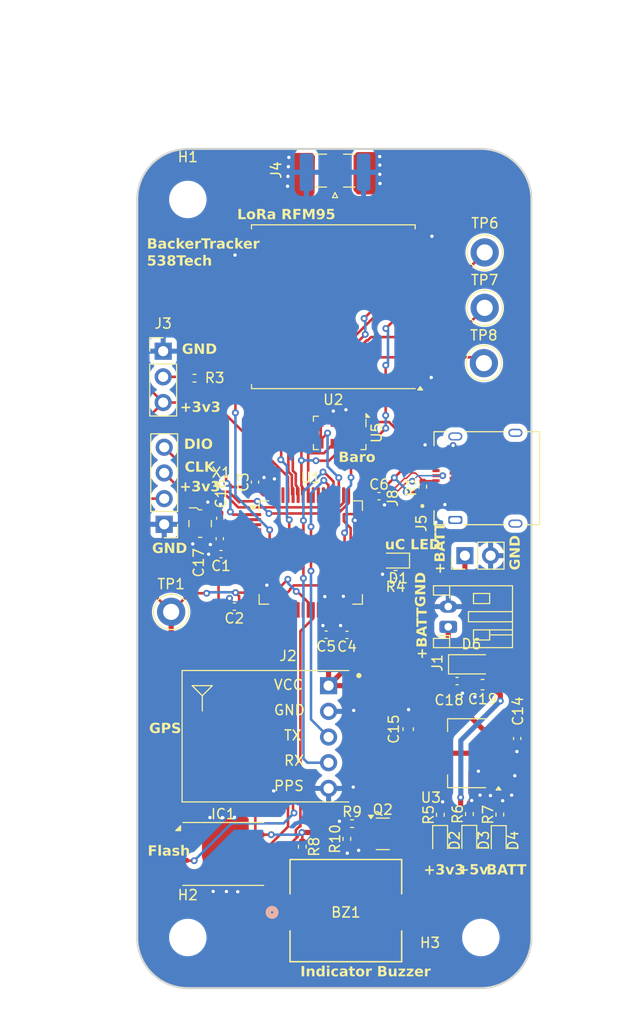
<source format=kicad_pcb>
(kicad_pcb (version 20241229) (generator "pcbnew") (generator_version "9.0")
  (layers (0 "F.Cu" signal) (2 "B.Cu" power) (13 "F.Paste" user) (15 "B.Paste" user) (5 "F.SilkS" user "F.Silkscreen") (7 "B.SilkS" user "B.Silkscreen") (1 "F.Mask" user) (3 "B.Mask" user) (25 "Edge.Cuts" user))
  (net 0 "")
  (net 1 "Net-(BZ1--)")
  (net 2 "Net-(BZ1-+)")
  (net 3 "GND")
  (net 4 "Net-(U1-PG10)")
  (net 5 "+3.3V")
  (net 6 "+BATT")
  (net 7 "RCC_OSC_IN")
  (net 8 "RCC_OSC_OUT")
  (net 9 "+5V")
  (net 10 "Net-(D1-K)")
  (net 11 "TestLED")
  (net 12 "Net-(D2-K)")
  (net 13 "Net-(D3-K)")
  (net 14 "Net-(D4-K)")
  (net 15 "QUADSPI_IO-3")
  (net 16 "QUADSPI_IO-2")
  (net 17 "QUADSPI_IO-0")
  (net 18 "QUADSPI_CLK")
  (net 19 "FLASH_CS")
  (net 20 "QUADSPI_IO-1")
  (net 21 "UART1_GPS_TX")
  (net 22 "UART1_GPS_RX")
  (net 23 "Net-(J3-Pin_2)")
  (net 24 "Net-(J4-In)")
  (net 25 "SYS_SWCLK")
  (net 26 "SYS_SWDIO")
  (net 27 "Net-(Q2-B)")
  (net 28 "USB_D+")
  (net 29 "BOOT0")
  (net 30 "Buzzer_Pin")
  (net 31 "SPIx_SCK")
  (net 32 "SPIx_MOSI")
  (net 33 "SPIx_MISO")
  (net 50 "LoRa_DIO0")
  (net 51 "LoRa_RST")
  (net 52 "LoRa_DIO5")
  (net 60 "LoRa_CS")
  (net 65 "Baro_CS")
  (net 66 "USB_D-")
  (footprint "Capacitor_SMD:C_0603_1608Metric" (layer "F.Cu") (at 109.17 81.99 180)
    (property "Reference" "C19")
    (property "Value" "10uF")
  )
  (footprint "Capacitor_SMD:C_0402_1005Metric" (layer "F.Cu") (at 98.92 63.35)
    (property "Reference" "C6")
    (property "Value" "100n")
  )
  (footprint "Capacitor_SMD:C_0402_1005Metric" (layer "F.Cu") (at 95.75 77.07 180)
    (property "Reference" "C4")
    (property "Value" "100n")
  )
  (footprint "Capacitor_SMD:C_0402_1005Metric" (layer "F.Cu") (at 83.28 69.08 180)
    (property "Reference" "C1")
    (property "Value" "100n")
  )
  (footprint "Connector_Coaxial:SMA_Samtec_SMA-J-P-H-ST-EM1_EdgeMount" (layer "F.Cu") (at 94.57 31.06 90)
    (property "Reference" "J4")
    (property "Value" "Conn_Coaxial")
  )
  (footprint "TestPoint:TestPoint_Keystone_5005-5009_Compact" (layer "F.Cu") (at 109.38 39.24)
    (property "Reference" "TP6")
    (property "Value" "TestPoint")
  )
  (footprint "Package_TO_SOT_SMD:SOT-23" (layer "F.Cu") (at 99.29085 96.7475)
    (property "Reference" "Q2")
    (property "Value" "MMBT3904")
  )
  (footprint "Connector_PinHeader_2.54mm:PinHeader_1x03_P2.54mm_Vertical" (layer "F.Cu") (at 77.56 49.005)
    (property "Reference" "J3")
    (property "Value" "Conn_01x03_Pin")
  )
  (footprint "Capacitor_SMD:C_0402_1005Metric" (layer "F.Cu") (at 93.69 77.05 180)
    (property "Reference" "C5")
    (property "Value" "100n")
  )
  (footprint "Resistor_SMD:R_0402_1005Metric" (layer "F.Cu") (at 80.66 51.68 180)
    (property "Reference" "R3")
    (property "Value" "10k")
  )
  (footprint "Resistor_SMD:R_0402_1005Metric" (layer "F.Cu") (at 91.33085 98.02 -90)
    (property "Reference" "R8")
    (property "Value" "60")
  )
  (footprint "LED_SMD:LED_0603_1608Metric" (layer "F.Cu") (at 110.77 97.4225 -90)
    (property "Reference" "D4")
    (property "Value" "RED")
  )
  (footprint "Resistor_SMD:R_0402_1005Metric" (layer "F.Cu") (at 100.5575 71.08)
    (property "Reference" "R4")
    (property "Value" "250")
  )
  (footprint "Resistor_SMD:R_0402_1005Metric" (layer "F.Cu") (at 110.88 94.845 90)
    (property "Reference" "R7")
    (property "Value" "250")
  )
  (footprint "Resistor_SMD:R_0402_1005Metric" (layer "F.Cu") (at 104.99 94.865 90)
    (property "Reference" "R5")
    (property "Value" "250")
  )
  (footprint "Connector_PinHeader_2.54mm:PinHeader_1x04_P2.54mm_Vertical" (layer "F.Cu") (at 77.66 66.13 180)
    (property "Reference" "J7" (hide yes))
    (property "Value" "Debug/PWR")
  )
  (footprint "Resistor_SMD:R_0402_1005Metric" (layer "F.Cu") (at 107.87 94.785 90)
    (property "Reference" "R6")
    (property "Value" "250")
  )
  (footprint "Capacitor_SMD:C_0402_1005Metric" (layer "F.Cu") (at 86.65 61.96 90)
    (property "Reference" "C3")
    (property "Value" "4u7")
  )
  (footprint "LED_SMD:LED_0603_1608Metric" (layer "F.Cu") (at 100.4575 69.72 180)
    (property "Reference" "D1")
    (property "Value" "BLUE")
  )
  (footprint "USB_C_ConnCustom:AMPHENOL_12401598E4_2A" (layer "F.Cu") (at 105.2225 61.57 90)
    (property "Reference" "J8")
    (property "Value" "12401610E4_2A")
    (fp_line (start 3.45 -0.325) (end 3.75 -0.325) (stroke (width 0.01)) (layer "Edge.Cuts"))
    (fp_line (start 3.75 0.325) (end 3.45 0.325) (stroke (width 0.01)) (layer "Edge.Cuts"))
    (fp_arc (start 3.75 -0.325) (mid 3.97981 -0.22981) (end 4.075 0) (stroke (width 0.01)) (layer "Edge.Cuts"))
    (fp_arc (start 4.075 0) (mid 3.97981 0.22981) (end 3.75 0.325) (stroke (width 0.01)) (layer "Edge.Cuts"))
    (fp_arc (start 3.125 0) (mid 3.22019 -0.22981) (end 3.45 -0.325) (stroke (width 0.01)) (layer "Edge.Cuts"))
    (fp_arc (start 3.45 0.325) (mid 3.22019 0.22981) (end 3.125 0) (stroke (width 0.01)) (layer "Edge.Cuts"))
  )
  (footprint "gps_module_THT_gen:ATGM336H_GPS" (layer "F.Cu") (at 89.93 92.09)
    (property "Reference" "J2")
    (property "Value" "GPS_Module")
  )
  (footprint "Diode_SMD:Nexperia_CFP3_SOD-123W" (layer "F.Cu") (at 108.0625 79.98)
    (property "Reference" "D6")
    (property "Value" "PMEG2010ER")
  )
  (footprint "Package_QFP:LQFP-64_10x10mm_P0.5mm" (layer "F.Cu") (at 92.165 68.92)
    (property "Reference" "U1")
    (property "Value" "STM32G491RETx")
  )
  (footprint "TestPoint:TestPoint_Keystone_5005-5009_Compact" (layer "F.Cu") (at 109.38 44.72)
    (property "Reference" "TP7")
    (property "Value" "TestPoint")
  )
  (footprint "buzzer_BTcustom:SMTB-0927-TW-R_PUI" (layer "F.Cu") (at 95.64 104.34)
    (property "Reference" "BZ1")
    (property "Value" "Buzzer")
  )
  (footprint "RF_Module:HOPERF_RFM9XW_SMD" (layer "F.Cu") (at 94.4 44.61 180)
    (property "Reference" "U2")
    (property "Value" "RFM95W-915S2")
  )
  (footprint "Resistor_SMD:R_0402_1005Metric" (layer "F.Cu") (at 95.73835 97.2475 90)
    (property "Reference" "R10")
    (property "Value" "10k")
  )
  (footprint "Capacitor_SMD:C_0603_1608Metric" (layer "F.Cu") (at 101.8075 86.3925 90)
    (property "Reference" "C15")
    (property "Value" "10uF")
  )
  (footprint "Capacitor_SMD:C_0402_1005Metric" (layer "F.Cu") (at 106.65 81.64)
    (property "Reference" "C18")
    (property "Value" ".1uF")
  )
  (footprint "MountingHole:MountingHole_3.2mm_M3" (layer "F.Cu") (at 80 107)
    (property "Reference" "H2")
    (property "Value" "MountingHole")
  )
  (footprint "Package_TO_SOT_SMD:SOT-223-3_TabPin2" (layer "F.Cu") (at 107.62 88.77 180)
    (property "Reference" "U3")
    (property "Value" "LD1117S33TR_SOT223")
  )
  (footprint "LED_SMD:LED_0603_1608Metric" (layer "F.Cu") (at 104.97 97.4075 -90)
    (property "Reference" "D2")
    (property "Value" "RED")
  )
  (footprint "TestPoint:TestPoint_Keystone_5005-5009_Compact" (layer "F.Cu") (at 109.3 50.19)
    (property "Reference" "TP8")
    (property "Value" "TestPoint")
  )
  (footprint "Resistor_SMD:R_0402_1005Metric" (layer "F.Cu") (at 96.25835 95.7375)
    (property "Reference" "R9")
    (property "Value" "1k5")
  )
  (footprint "Capacitor_SMD:C_0402_1005Metric" (layer "F.Cu") (at 112.5975 87.315 -90)
    (property "Reference" "C14")
    (property "Value" ".1uF")
  )
  (footprint "Package_LGA:LGA-8_3x5mm_P1.25mm" (layer "F.Cu") (at 95.03 57.09 -90)
    (property "Reference" "U5")
    (property "Value" "MS5607-02BA")
  )
  (footprint "Resistor_SMD:R_0402_1005Metric" (layer "F.Cu") (at 103.25 62.41 90)
    (property "Reference" "R1")
    (property "Value" "1k5")
  )
  (footprint "Capacitor_SMD:C_0402_1005Metric" (layer "F.Cu") (at 84.6 74.27 180)
    (property "Reference" "C2")
    (property "Value" "100n")
  )
  (footprint "Capacitor_SMD:C_0402_1005Metric" (layer "F.Cu") (at 83.16 67.55 -90)
    (property "Reference" "C17")
    (property "Value" "20pF")
  )
  (footprint "Oscillator:Oscillator_SMD_ECS_2520MV-xxx-xx-4Pin_2.5x2.0mm" (layer "F.Cu") (at 81.22 66.06)
    (property "Reference" "X1")
    (property "Value" "ECS-2520MV-xxx-xx")
  )
  (footprint "TestPoint:TestPoint_Keystone_5005-5009_Compact" (layer "F.Cu") (at 78.35 74.79)
    (property "Reference" "TP1")
    (property "Value" "TestPoint")
  )
  (footprint "Connector_JST:JST_PH_S2B-PH-K_1x02_P2.00mm_Horizontal" (layer "F.Cu") (at 105.7725 76.27 90)
    (property "Reference" "J1")
    (property "Value" "Conn_01x02_Socket")
  )
  (footprint "Package_SON:WSON-8-1EP_8x6mm_P1.27mm_EP3.4x4.3mm" (layer "F.Cu") (at 83.51 98.735)
    (property "Reference" "IC1")
    (property "Value" "W25Q01JVZEIQ")
  )
  (footprint "Capacitor_SMD:C_0402_1005Metric" (layer "F.Cu") (at 83.21 65.53 90)
    (property "Reference" "C16")
    (property "Value" "20pF")
  )
  (footprint "MountingHole:MountingHole_3.2mm_M3" (layer "F.Cu") (at 109 107)
    (property "Reference" "H3")
    (property "Value" "MountingHole")
  )
  (footprint "MountingHole:MountingHole_3.2mm_M3" (layer "F.Cu") (at 80 34)
    (property "Reference" "H1")
    (property "Value" "MountingHole")
  )
  (footprint "LED_SMD:LED_0603_1608Metric" (layer "F.Cu") (at 107.86 97.3975 -90)
    (property "Reference" "D3")
    (property "Value" "RED")
  )
  (footprint "Connector_PinHeader_2.54mm:PinHeader_1x02_P2.54mm_Vertical" (layer "F.Cu") (at 107.425 69.23 90)
    (property "Reference" "J5")
    (property "Value" "Conn_01x02_Socket")
  )
  (gr_line (start 75 107) (end 75 34) (stroke (width 0.2)) (layer "Edge.Cuts"))
  (gr_line (start 80 29) (end 109 29) (stroke (width 0.2)) (layer "Edge.Cuts"))
  (gr_line (start 80 112) (end 109 112) (stroke (width 0.2)) (layer "Edge.Cuts"))
  (gr_line (start 114 107) (end 114 34) (stroke (width 0.2)) (layer "Edge.Cuts"))
  (gr_arc (start 80 112) (mid 76.464466 110.535534) (end 75 107) (stroke (width 0.2)) (layer "Edge.Cuts"))
  (gr_arc (start 109 29) (mid 112.535534 30.464466) (end 114 34) (stroke (width 0.2)) (layer "Edge.Cuts"))
  (gr_arc (start 75 34) (mid 76.464466 30.464466) (end 80 29) (stroke (width 0.2)) (layer "Edge.Cuts"))
  (gr_arc (start 114 107) (mid 112.535534 110.535534) (end 109 112) (stroke (width 0.2)) (layer "Edge.Cuts"))
  (gr_text "GND" (at 103.67 74.33 90) (layer "F.SilkS") (effects (font (size 1 1) (thickness 0.2) (bold yes)) (justify left bottom)))
  (gr_text "GND" (at 76.46 69.14 0) (layer "F.SilkS") (effects (font (size 1 1) (thickness 0.2) (bold yes)) (justify left bottom)))
  (gr_text "+3v3" (at 79.22 55.18 0) (layer "F.SilkS") (effects (font (size 1 1) (thickness 0.2) (bold yes)) (justify left bottom)))
  (gr_text "uC LED" (at 99.5 68.77 0) (layer "F.SilkS") (effects (font (size 1 1) (thickness 0.2) (bold yes)) (justify left bottom)))
  (gr_text "CLK" (at 79.68 61.1 0) (layer "F.SilkS") (effects (font (size 1 1) (thickness 0.2) (bold yes)) (justify left bottom)))
  (gr_text "GPS" (at 76.17 86.95 0) (layer "F.SilkS") (effects (font (size 1 1) (thickness 0.2) (bold yes)) (justify left bottom)))
  (gr_text "Flash" (at 76.02 99.07 0) (layer "F.SilkS") (effects (font (size 1 1) (thickness 0.2) (bold yes)) (justify left bottom)))
  (gr_text "+BATT" (at 103.81 79.5 90) (layer "F.SilkS") (effects (font (size 1 1) (thickness 0.2) (bold yes)) (justify left bottom)))
  (gr_text "+3v3" (at 103.33 100.94 0) (layer "F.SilkS") (effects (font (size 1 1) (thickness 0.2) (bold yes)) (justify left bottom)))
  (gr_text "+5v" (at 106.69 100.93 0) (layer "F.SilkS") (effects (font (size 1 1) (thickness 0.2) (bold yes)) (justify left bottom)))
  (gr_text "BackerTracker\n538Tech" (at 75.94 40.71 0) (layer "F.SilkS") (effects (font (size 1 1) (thickness 0.2) (bold yes)) (justify left bottom)))
  (gr_text "+3v3" (at 79.18 63.04 0) (layer "F.SilkS") (effects (font (size 1 1) (thickness 0.2) (bold yes)) (justify left bottom)))
  (gr_text "Baro" (at 94.91 60.13 0) (layer "F.SilkS") (effects (font (size 1 1) (thickness 0.2) (bold yes)) (justify left bottom)))
  (gr_text "GND" (at 79.41 49.44 0) (layer "F.SilkS") (effects (font (size 1 1) (thickness 0.2) (bold yes)) (justify left bottom)))
  (gr_text "Indicator Buzzer" (at 91.13 111.01 0) (layer "F.SilkS") (effects (font (size 1 1) (thickness 0.2) (bold yes)) (justify left bottom)))
  (gr_text "BATT" (at 109.54 100.94 0) (layer "F.SilkS") (effects (font (size 1 1) (thickness 0.2) (bold yes)) (justify left bottom)))
  (gr_text "+BATT" (at 105.59 71.07 90) (layer "F.SilkS") (effects (font (size 1 1) (thickness 0.2) (bold yes)) (justify left bottom)))
  (gr_text "DIO" (at 79.61 58.84 0) (layer "F.SilkS") (effects (font (size 1 1) (thickness 0.2) (bold yes)) (justify left bottom)))
  (gr_text "LoRa RFM95" (at 84.88 36.12 0) (layer "F.SilkS") (effects (font (size 1 1) (thickness 0.2) (bold yes)) (justify left bottom)))
  (gr_text "GND" (at 113.02 70.68 90) (layer "F.SilkS") (effects (font (size 1 1) (thickness 0.2) (bold yes)) (justify left bottom)))
  (segment (start 99.865 97.11085) (end 100.22835 96.7475) (width 0.254) (layer "F.Cu") (net 1))
  (segment (start 99.865 104.5124) (end 99.865 97.11085) (width 0.254) (layer "F.Cu") (net 1))
  (segment (start 91.415 104.5124) (end 91.415 98.61415) (width 0.254) (layer "F.Cu") (net 2))
  (segment (start 91.415 98.61415) (end 91.33085 98.53) (width 0.254) (layer "F.Cu") (net 2))
  (segment (start 83.21 64.18) (end 83.24 64.15) (width 0.254) (layer "F.Cu") (net 3))
  (segment (start 107.13 81.64) (end 107.13 82.78) (width 0.254) (layer "F.Cu") (net 3))
  (segment (start 112.29 91.07) (end 112.36 91) (width 0.254) (layer "F.Cu") (net 3))
  (segment (start 107.13 82.78) (end 107.18 82.83) (width 0.254) (layer "F.Cu") (net 3))
  (segment (start 104.5195 65.9051) (end 104.5544 65.94) (width 0.254) (layer "F.Cu") (net 3))
  (segment (start 98.35335 97.6975) (end 97.5925 97.6975) (width 0.254) (layer "F.Cu") (net 3))
  (segment (start 93.93 84.63) (end 96.33 84.63) (width 0.254) (layer "F.Cu") (net 3))
  (segment (start 104.99 94.355) (end 104.99 93.81) (width 0.508) (layer "F.Cu") (net 3))
  (segment (start 95.655 54.805) (end 95.65 54.8) (width 0.254) (layer "F.Cu") (net 3))
  (segment (start 88.57 61.71) (end 88.915 62.055) (width 0.254) (layer "F.Cu") (net 3))
  (segment (start 97.84 65.67) (end 96.62 65.67) (width 0.254) (layer "F.Cu") (net 3))
  (segment (start 88.915 62.055) (end 88.915 63.245) (width 0.254) (layer "F.Cu") (net 3))
  (segment (start 104.03 58.82) (end 103.48 58.27) (width 0.254) (layer "F.Cu") (net 3))
  (segment (start 86.875 39.61) (end 84.78 39.61) (width 0.254) (layer "F.Cu") (net 3))
  (segment (start 93.415 73.425) (end 93.56 73.28) (width 0.254) (layer "F.Cu") (net 3))
  (segment (start 101.925 37.61) (end 104.13 37.61) (width 0.254) (layer "F.Cu") (net 3))
  (segment (start 95.73835 97.7575) (end 95.73835 98.61835) (width 0.254) (layer "F.Cu") (net 3))
  (segment (start 108.395 81.99) (end 108.395 83.195) (width 0.254) (layer "F.Cu") (net 3))
  (segment (start 99.28 71.08) (end 99.27 71.07) (width 0.254) (layer "F.Cu") (net 3))
  (segment (start 80.495 68.065) (end 80.49 68.07) (width 0.508) (layer "F.Cu") (net 3))
  (segment (start 84.12 73.46) (end 84.13 73.45) (width 0.254) (layer "F.Cu") (net 3))
  (segment (start 96.62 65.67) (end 96.55 65.74) (width 0.254) (layer "F.Cu") (net 3))
  (segment (start 104.5625 58.82) (end 104.03 58.82) (width 0.254) (layer "F.Cu") (net 3))
  (segment (start 81.945 63.965) (end 81.98 63.93) (width 0.508) (layer "F.Cu") (net 3))
  (segment (start 82.33 68.03) (end 82.23 68.13) (width 0.508) (layer "F.Cu") (net 3))
  (segment (start 104.5195 64.363) (end 104.5195 65.9051) (width 0.254) (layer "F.Cu") (net 3))
  (segment (start 95.655 56.015) (end 95.655 54.805) (width 0.254) (layer "F.Cu") (net 3))
  (segment (start 83.21 65.05) (end 83.21 64.18) (width 0.254) (layer "F.Cu") (net 3))
  (segment (start 104.99 93.81) (end 105.22 93.58) (width 0.508) (layer "F.Cu") (net 3))
  (segment (start 100.0475 71.08) (end 99.28 71.08) (width 0.254) (layer "F.Cu") (net 3))
  (segment (start 82.07 69.08) (end 82.06 69.09) (width 0.508) (layer "F.Cu") (net 3))
  (segment (start 99.4 63.35) (end 99.4 64.15) (width 0.254) (layer "F.Cu") (net 3))
  (segment (start 87.8 72.17) (end 87.82 72.15) (width 0.254) (layer "F.Cu") (net 3))
  (segment (start 94.405 56.015) (end 94.405 54.935) (width 0.254) (layer "F.Cu") (net 3))
  (segment (start 101.925 51.61) (end 104.09 51.61) (width 0.254) (layer "F.Cu") (net 3))
  (segment (start 110.88 94.335) (end 110.88 93.75) (width 0.508) (layer "F.Cu") (net 3))
  (segment (start 108.395 83.195) (end 108.41 83.21) (width 0.254) (layer "F.Cu") (net 3))
  (segment (start 80.495 66.985) (end 80.495 68.065) (width 0.508) (layer "F.Cu") (net 3))
  (segment (start 110.88 93.75) (end 111.16 93.47) (width 0.508) (layer "F.Cu") (net 3))
  (segment (start 107.87 94.275) (end 107.87 93.68) (width 0.508) (layer "F.Cu") (net 3))
  (segment (start 95.415 74.595) (end 95.3321 74.6779) (width 0.254) (layer "F.Cu") (net 3))
  (segment (start 106.2625 59.07) (end 106.2625 58.3425) (width 0.254) (layer "F.Cu") (net 3))
  (segment (start 94.405 54.935) (end 94.4 54.93) (width 0.254) (layer "F.Cu") (net 3))
  (segment (start 104.13 37.61) (end 104.16 37.64) (width 0.254) (layer "F.Cu") (net 3))
  (segment (start 95.27 77.07) (end 95.27 76.292328) (width 0.254) (layer "F.Cu") (net 3))
  (segment (start 96.33 84.63) (end 96.42 84.54) (width 0.254) (layer "F.Cu") (net 3))
  (segment (start 84.12 74.27) (end 84.12 73.46) (width 0.254) (layer "F.Cu") (net 3))
  (segment (start 97.5925 97.6975) (end 96.91 98.38) (width 0.254) (layer "F.Cu") (net 3))
  (segment (start 81.945 65.135) (end 81.945 63.965) (width 0.508) (layer "F.Cu") (net 3))
  (segment (start 96.24 92.25) (end 96.37 92.12) (width 0.254) (layer "F.Cu") (net 3))
  (segment (start 95.415 74.595) (end 95.415 73.275) (width 0.254) (layer "F.Cu") (net 3))
  (segment (start 95.3321 75.925738) (end 95.117755 76.140083) (width 0.254) (layer "F.Cu") (net 3))
  (segment (start 104.5625 64.32) (end 104.5195 64.363) (width 0.254) (layer "F.Cu") (net 3))
  (segment (start 93.93 92.25) (end 96.24 92.25) (width 0.254) (layer "F.Cu") (net 3))
  (segment (start 101.8075 84.5025) (end 101.85 84.46) (width 0.254) (layer "F.Cu") (net 3))
  (segment (start 101.8075 85.6175) (end 101.8075 84.5025) (width 0.254) (layer "F.Cu") (net 3))
  (segment (start 86.49 72.17) (end 87.8 72.17) (width 0.254) (layer "F.Cu") (net 3))
  (segment (start 106.2625 64.57) (end 105.832598 64.57) (width 0.254) (layer "F.Cu") (net 3))
  (segment (start 86.65 61.48) (end 87.52 61.48) (width 0.254) (layer "F.Cu") (net 3))
  (segment (start 112.57 88.61) (end 112.57 87.8225) (width 0.254) (layer "F.Cu") (net 3))
  (segment (start 95.27 76.292328) (end 95.117755 76.140083) (width 0.254) (layer "F.Cu") (net 3))
  (segment (start 112.57 87.8225) (end 112.5975 87.795) (width 0.254) (layer "F.Cu") (net 3))
  (segment (start 95.73835 98.61835) (end 95.78 98.66) (width 0.254) (layer "F.Cu") (net 3))
  (segment (start 95.3321 74.6779) (end 95.3321 75.925738) (width 0.254) (layer "F.Cu") (net 3))
  (segment (start 83.16 68.03) (end 82.33 68.03) (width 0.508) (layer "F.Cu") (net 3))
  (segment (start 88.57 61.64) (end 88.57 61.71) (width 0.254) (layer "F.Cu") (net 3))
  (segment (start 82.8 69.08) (end 82.07 69.08) (width 0.508) (layer "F.Cu") (net 3))
  (segment (start 93.21 77.05) (end 93.21 76.3) (width 0.254) (layer "F.Cu") (net 3))
  (segment (start 110.77 91.07) (end 112.29 91.07) (width 0.254) (layer "F.Cu") (net 3))
  (segment (start 107.87 93.68) (end 108.1 93.45) (width 0.508) (layer "F.Cu") (net 3))
  (segment (start 84.78 39.61) (end 84.67 39.5) (width 0.254) (layer "F.Cu") (net 3))
  (segment (start 106.2625 58.3425) (end 106.25 58.33) (width 0.254) (layer "F.Cu") (net 3))
  (segment (start 93.415 74.595) (end 93.415 73.425) (width 0.254) (layer "F.Cu") (net 3))
  (segment (start 95.415 73.275) (end 95.39 73.25) (width 0.254) (layer "F.Cu") (net 3))
  (segment (start 99.4 64.15) (end 99.46 64.21) (width 0.254) (layer "F.Cu") (net 3))
  (segment (start 87.52 61.48) (end 87.54 61.5) (width 0.254) (layer "F.Cu") (net 3))
  (segment (start 105.832598 64.57) (end 105.442598 64.18) (width 0.254) (layer "F.Cu") (net 3))
  (segment (start 93.21 76.3) (end 93.37 76.14) (width 0.254) (layer "F.Cu") (net 3))
  (via (at 89.87 32.69) (size 0.6858) (drill 0.3302) (layers "F.Cu" "B.Cu") (net 3))
  (via (at 95.117755 76.140083) (size 0.6858) (drill 0.3302) (layers "F.Cu" "B.Cu") (net 3))
  (via (at 99.02 32.42) (size 0.6858) (drill 0.3302) (layers "F.Cu" "B.Cu") (net 3))
  (via (at 87.82 72.15) (size 0.6858) (drill 0.3302) (layers "F.Cu" "B.Cu") (net 3))
  (via (at 95.39 73.25) (size 0.6858) (drill 0.3302) (layers "F.Cu" "B.Cu") (net 3))
  (via (at 84.13 73.45) (size 0.6858) (drill 0.3302) (layers "F.Cu" "B.Cu") (net 3))
  (via (at 105.22 93.58) (size 0.6858) (drill 0.3302) (layers "F.Cu" "B.Cu") (net 3))
  (via (at 82.06 69.09) (size 0.6858) (drill 0.3302) (layers "F.Cu" "B.Cu") (net 3))
  (via (at 83.24 64.15) (size 0.6858) (drill 0.3302) (layers "F.Cu" "B.Cu") (net 3))
  (via (at 109.95 92.96) (size 0.6858) (drill 0.3302) (layers "F.Cu" "B.Cu") (net 3))
  (via (at 93.56 73.28) (size 0.6858) (drill 0.3302) (layers "F.Cu" "B.Cu") (net 3))
  (via (at 81.98 63.93) (size 0.6858) (drill 0.3302) (layers "F.Cu" "B.Cu") (net 3))
  (via (at 107.18 82.83) (size 0.6858) (drill 0.3302) (layers "F.Cu" "B.Cu") (net 3))
  (via (at 112.57 88.61) (size 0.6858) (drill 0.3302) (layers "F.Cu" "B.Cu") (net 3))
  (via (at 112.36 91) (size 0.6858) (drill 0.3302) (layers "F.Cu" "B.Cu") (net 3))
  (via (at 80.49 68.07) (size 0.6858) (drill 0.3302) (layers "F.Cu" "B.Cu") (net 3))
  (via (at 83.82 102.45) (size 0.6858) (drill 0.3302) (layers "F.Cu" "B.Cu") (net 3))
  (via (at 83.42 95.14) (size 0.6858) (drill 0.3302) (layers "F.Cu" "B.Cu") (net 3))
  (via (at 96.42 84.54) (size 0.6858) (drill 0.3302) (layers "F.Cu" "B.Cu") (net 3))
  (via (at 95.78 98.66) (size 0.6858) (drill 0.3302) (layers "F.Cu" "B.Cu") (net 3))
  (via (at 84.67 39.5) (size 0.6858) (drill 0.3302) (layers "F.Cu" "B.Cu") (net 3))
  (via (at 96.55 65.74) (size 0.6858) (drill 0.3302) (layers "F.Cu" "B.Cu") (net 3))
  (via (at 103.48 58.27) (size 0.6858) (drill 0.3302) (layers "F.Cu" "B.Cu") (net 3))
  (via (at 82.19 95.13) (size 0.6858) (drill 0.3302) (layers "F.Cu" "B.Cu") (net 3))
  (via (at 106.25 58.33) (size 0.6858) (drill 0.3302) (layers "F.Cu" "B.Cu") (net 3))
  (via (at 101.85 84.46) (size 0.6858) (drill 0.3302) (layers "F.Cu" "B.Cu") (net 3))
  (via (at 90 29.84) (size 0.6858) (drill 0.3302) (layers "F.Cu" "B.Cu") (net 3))
  (via (at 87.54 61.5) (size 0.6858) (drill 0.3302) (layers "F.Cu" "B.Cu") (net 3))
  (via (at 89.91 31.72) (size 0.6858) (drill 0.3302) (layers "F.Cu" "B.Cu") (net 3))
  (via (at 84.94 102.47) (size 0.6858) (drill 0.3302) (layers "F.Cu" "B.Cu") (net 3))
  (via (at 99 30.6) (size 0.6858) (drill 0.3302) (layers "F.Cu" "B.Cu") (net 3))
  (via (at 94.4 54.93) (size 0.6858) (drill 0.3302) (layers "F.Cu" "B.Cu") (net 3))
  (via (at 104.09 51.61) (size 0.6858) (drill 0.3302) (layers "F.Cu" "B.Cu") (net 3))
  (via (at 88.57 61.64) (size 0.6858) (drill 0.3302) (layers "F.Cu" "B.Cu") (net 3))
  (via (at 99 31.51) (size 0.6858) (drill 0.3302) (layers "F.Cu" "B.Cu") (net 3))
  (via (at 93.37 76.14) (size 0.6858) (drill 0.3302) (layers "F.Cu" "B.Cu") (net 3))
  (via (at 108.76 90.55) (size 0.6858) (drill 0.3302) (layers "F.Cu" "B.Cu") (net 3))
  (via (at 82.51 102.44) (size 0.6858) (drill 0.3302) (layers "F.Cu" "B.Cu") (net 3))
  (via (at 96.37 92.12) (size 0.6858) (drill 0.3302) (layers "F.Cu" "B.Cu") (net 3))
  (via (at 112.05 92.92) (size 0.6858) (drill 0.3302) (layers "F.Cu" "B.Cu") (net 3))
  (via (at 96.91 98.38) (size 0.6858) (drill 0.3302) (layers "F.Cu" "B.Cu") (net 3))
  (via (at 108.41 83.21) (size 0.6858) (drill 0.3302) (layers "F.Cu" "B.Cu") (net 3))
  (via (at 89.95 30.76) (size 0.6858) (drill 0.3302) (layers "F.Cu" "B.Cu") (net 3))
  (via (at 99.46 64.21) (size 0.6858) (drill 0.3302) (layers "F.Cu" "B.Cu") (net 3))
  (via (at 104.5544 65.94) (size 0.6858) (drill 0.3302) (layers "F.Cu" "B.Cu") (net 3))
  (via (at 105.442598 64.18) (size 0.6858) (drill 0.3302) (layers "F.Cu" "B.Cu") (net 3))
  (via (at 95.65 54.8) (size 0.6858) (drill 0.3302) (layers "F.Cu" "B.Cu") (net 3))
  (via (at 84.62 95.11) (size 0.6858) (drill 0.3302) (layers "F.Cu" "B.Cu") (net 3))
  (via (at 98.99 29.76) (size 0.6858) (drill 0.3302) (layers "F.Cu" "B.Cu") (net 3))
  (via (at 82.23 68.13) (size 0.6858) (drill 0.3302) (layers "F.Cu" "B.Cu") (net 3))
  (via (at 111.16 93.47) (size 0.6858) (drill 0.3302) (layers "F.Cu" "B.Cu") (net 3))
  (via (at 108.92 92.92) (size 0.6858) (drill 0.3302) (layers "F.Cu" "B.Cu") (net 3))
  (via (at 108.1 93.45) (size 0.6858) (drill 0.3302) (layers "F.Cu" "B.Cu") (net 3))
  (via (at 99.27 71.07) (size 0.6858) (drill 0.3302) (layers "F.Cu" "B.Cu") (net 3))
  (via (at 104.16 37.64) (size 0.6858) (drill 0.3302) (layers "F.Cu" "B.Cu") (net 3))
  (segment (start 84.67 68.17) (end 86.49 68.17) (width 0.254) (layer "F.Cu") (net 4))
  (segment (start 83.76 69.08) (end 84.67 68.17) (width 0.254) (layer "F.Cu") (net 4))
  (segment (start 77.56 54.085) (end 75.92 52.445) (width 0.254) (layer "F.Cu") (net 5))
  (segment (start 103.25 62.92) (end 101.61 62.92) (width 0.254) (layer "F.Cu") (net 5))
  (segment (start 97.84 65.17) (end 97.84 63.95) (width 0.254) (layer "F.Cu") (net 5))
  (segment (start 75.92 52.445) (end 75.92 47.47) (width 0.254) (layer "F.Cu") (net 5))
  (segment (start 101.41 107.97) (end 101.37 107.93) (width 0.508) (layer "F.Cu") (net 5))
  (segment (start 95 94.45) (end 92.84 96.61) (width 0.508) (layer "F.Cu") (net 5))
  (segment (start 80.705 54.085) (end 77.56 54.085) (width 0.254) (layer "F.Cu") (net 5))
  (segment (start 78.77 103.76) (end 78.35 103.34) (width 0.508) (layer "F.Cu") (net 5))
  (segment (start 88.415 63.245) (end 87.455 63.245) (width 0.254) (layer "F.Cu") (net 5))
  (segment (start 97.79 65.12) (end 97.84 65.17) (width 0.254) (layer "F.Cu") (net 5))
  (segment (start 76.17 63.59) (end 77.66 63.59) (width 0.254) (layer "F.Cu") (net 5))
  (segment (start 95.915 74.595) (end 95.915 76.755) (width 0.254) (layer "F.Cu") (net 5))
  (segment (start 96.23 79.79) (end 96.23 77.07) (width 0.508) (layer "F.Cu") (net 5))
  (segment (start 110.77 88.77) (end 104.47 88.77) (width 0.508) (layer "F.Cu") (net 5))
  (segment (start 85.08 73.2485) (end 84.722342 72.890842) (width 0.254) (layer "F.Cu") (net 5))
  (segment (start 75.92 47.47) (end 77.78 45.61) (width 0.254) (layer "F.Cu") (net 5))
  (segment (start 94.17 77.05) (end 94.17 77.1) (width 0.254) (layer "F.Cu") (net 5))
  (segment (start 102.84 106.54) (end 101.41 107.97) (width 0.508) (layer "F.Cu") (net 5))
  (segment (start 84.06 62.08) (end 84.42 62.44) (width 0.254) (layer "F.Cu") (net 5))
  (segment (start 93.93 77.29) (end 94.17 77.05) (width 0.508) (layer "F.Cu") (net 5))
  (segment (start 99.915 56.015) (end 101.66 57.76) (width 0.254) (layer "F.Cu") (net 5))
  (segment (start 101.37 107.93) (end 85.51 107.93) (width 0.508) (layer "F.Cu") (net 5))
  (segment (start 80.19 72.95) (end 81.86 72.95) (width 0.254) (layer "F.Cu") (net 5))
  (segment (start 102.8675 87.1675) (end 104.47 88.77) (width 0.508) (layer "F.Cu") (net 5))
  (segment (start 96.117221 66.507221) (end 95.44 65.83) (width 0.254) (layer "F.Cu") (net 5))
  (segment (start 102.84 88.77) (end 97.16 94.45) (width 0.508) (layer "F.Cu") (net 5))
  (segment (start 78.35 103.34) (end 78.35 74.79) (width 0.508) (layer "F.Cu") (net 5))
  (segment (start 85.08 74.27) (end 85.08 73.2485) (width 0.254) (layer "F.Cu") (net 5))
  (segment (start 96.905 56.015) (end 99.915 56.015) (width 0.254) (layer "F.Cu") (net 5))
  (segment (start 83.79 62) (end 83.79 57.17) (width 0.254) (layer "F.Cu") (net 5))
  (segment (start 99.56 62.4) (end 98.86 62.4) (width 0.254) (layer "F.Cu") (net 5))
  (segment (start 103.725 98.195) (end 102.84 97.31) (width 0.508) (layer "F.Cu") (net 5))
  (segment (start 96.32 77.16) (end 96.23 77.07) (width 0.254) (layer "F.Cu") (net 5))
  (segment (start 76.17 72.61) (end 76.17 63.59) (width 0.254) (layer "F.Cu") (net 5))
  (segment (start 101.66 60.28) (end 101.67 60.29) (width 0.254) (layer "F.Cu") (net 5))
  (segment (start 101.8075 87.1675) (end 102.8675 87.1675) (width 0.508) (layer "F.Cu") (net 5))
  (segment (start 78.35 74.79) (end 80.19 72.95) (width 0.254) (layer "F.Cu") (net 5))
  (segment (start 78.35 74.79) (end 76.17 72.61) (width 0.254) (layer "F.Cu") (net 5))
  (segment (start 83.87 62.08) (end 83.79 62) (width 0.254) (layer "F.Cu") (net 5))
  (segment (start 87.455 63.245) (end 86.65 62.44) (width 0.254) (layer "F.Cu") (net 5))
  (segment (start 82.81 103.76) (end 78.77 103.76) (width 0.508) (layer "F.Cu") (net 5))
  (segment (start 95.915 74.595) (end 96.117221 74.392779) (width 0.254) (layer "F.Cu") (net 5))
  (segment (start 94.415 74.595) (end 94.415 76.805) (width 0.254) (layer "F.Cu") (net 5))
  (segment (start 97.16 94.45) (end 95 94.45) (width 0.508) (layer "F.Cu") (net 5))
  (segment (start 77.56 54.085) (end 75.6 56.045) (width 0.254) (layer "F.Cu") (net 5))
  (segment (start 102.84 97.31) (end 102.84 88.77) (width 0.508) (layer "F.Cu") (net 5))
  (segment (start 93.93 82.09) (end 96.73 82.09) (width 0.508) (layer "F.Cu") (net 5))
  (segment (start 83.87 62.08) (end 84.06 62.08) (width 0.254) (layer "F.Cu") (net 5))
  (segment (start 93.93 82.09) (end 96.23 79.79) (width 0.508) (layer "F.Cu") (net 5))
  (segment (start 85.51 106.46) (end 82.81 103.76) (width 0.508) (layer "F.Cu") (net 5))
  (segment (start 86.875 45.61) (end 84.73 45.61) (width 0.254) (layer "F.Cu") (net 5))
  (segment (start 86.269158 72.890842) (end 84.722342 72.890842) (width 0.254) (layer "F.Cu") (net 5))
  (segment (start 97.84 63.95) (end 98.44 63.35) (width 0.254) (layer "F.Cu") (net 5))
  (segment (start 92.84 96.61) (end 91.29 96.61) (width 0.508) (layer "F.Cu") (net 5))
  (segment (start 96.117221 74.392779) (end 96.117221 66.507221) (width 0.254) (layer "F.Cu") (net 5))
  (segment (start 86.49 72.67) (end 86.269158 72.890842) (width 0.254) (layer "F.Cu") (net 5))
  (segment (start 98.44 62.84) (end 98.44 63.35) (width 0.254) (layer "F.Cu") (net 5))
  (segment (start 95.48 65.12) (end 97.79 65.12) (width 0.254) (layer "F.Cu") (net 5))
  (segment (start 101.66 57.76) (end 101.66 60.28) (width 0.254) (layer "F.Cu") (net 5))
  (segment (start 87.26 96.83) (end 88.26 96.83) (width 0.254) (layer "F.Cu") (net 5))
  (segment (start 91.33085 97.51) (end 91.33085 96.65085) (width 0.254) (layer "F.Cu") (net 5))
  (segment (start 75.6 63.02) (end 76.17 63.59) (width 0.254) (layer "F.Cu") (net 5))
  (segment (start 93.93 82.09) (end 93.93 77.29) (width 0.508) (layer "F.Cu") (net 5))
  (segment (start 77.78 45.61) (end 86.875 45.61) (width 0.254) (layer "F.Cu") (net 5))
  (segment (start 102.84 97.31) (end 102.84 106.54) (width 0.508) (layer "F.Cu") (net 5))
  (segment (start 94.415 76.805) (end 94.17 77.05) (width 0.254) (layer "F.Cu") (net 5))
  (segment (start 84.73 45.61) (end 84.7 45.64) (width 0.254) (layer "F.Cu") (net 5))
  (segment (start 86.49 65.17) (end 84.48 65.17) (width 0.254) (layer "F.Cu") (net 5))
  (segment (start 95.44 65.16) (end 95.48 65.12) (width 0.254) (layer "F.Cu") (net 5))
  (segment (start 104.47 88.77) (end 102.84 88.77) (width 0.508) (layer "F.Cu") (net 5))
  (segment (start 95.915 76.755) (end 96.23 77.07) (width 0.254) (layer "F.Cu") (net 5))
  (segment (start 96.73 82.09) (end 101.8075 87.1675) (width 0.508) (layer "F.Cu") (net 5))
  (segment (start 84.48 65.17) (end 84.21 64.9) (width 0.254) (layer "F.Cu") (net 5))
  (segment (start 75.6 56.045) (end 75.6 63.02) (width 0.254) (layer "F.Cu") (net 5))
  (segment (start 101.67 60.29) (end 100.435 61.525) (width 0.254) (layer "F.Cu") (net 5))
  (segment (start 83.79 57.17) (end 80.705 54.085) (width 0.254) (layer "F.Cu") (net 5))
  (segment (start 85.51 107.93) (end 85.51 106.46) (width 0.508) (layer "F.Cu") (net 5))
  (segment (start 84.42 62.44) (end 86.65 62.44) (width 0.254) (layer "F.Cu") (net 5))
  (segment (start 98.86 62.4) (end 98.86 62.42) (width 0.254) (layer "F.Cu") (net 5))
  (segment (start 98.86 62.42) (end 98.44 62.84) (width 0.254) (layer "F.Cu") (net 5))
  (segment (start 91.33085 96.65085) (end 91.29 96.61) (width 0.254) (layer "F.Cu") (net 5))
  (segment (start 104.97 98.195) (end 103.725 98.195) (width 0.508) (layer "F.Cu") (net 5))
  (segment (start 100.435 61.525) (end 99.56 62.4) (width 0.254) (layer "F.Cu") (net 5))
  (segment (start 95.44 65.83) (end 95.44 65.16) (width 0.254) (layer "F.Cu") (net 5))
  (via (at 100.435 61.525) (size 0.6858) (drill 0.3302) (layers "F.Cu" "B.Cu") (net 5))
  (via (at 91.29 96.61) (size 0.6858) (drill 0.3302) (layers "F.Cu" "B.Cu") (net 5))
  (via (at 101.61 62.92) (size 0.6858) (drill 0.3302) (layers "F.Cu" "B.Cu") (net 5))
  (via (at 83.87 62.08) (size 0.6858) (drill 0.3302) (layers "F.Cu" "B.Cu") (net 5))
  (via (at 84.722342 72.890842) (size 0.6858) (drill 0.3302) (layers "F.Cu" "B.Cu") (net 5))
  (via (at 81.86 72.95) (size 0.6858) (drill 0.3302) (layers "F.Cu" "B.Cu") (net 5))
  (via (at 84.21 64.9) (size 0.6858) (drill 0.3302) (layers "F.Cu" "B.Cu") (net 5))
  (via (at 88.26 96.83) (size 0.6858) (drill 0.3302) (layers "F.Cu" "B.Cu") (net 5))
  (segment (start 91.07 96.83) (end 91.29 96.61) (width 0.254) (layer "B.Cu") (net 5))
  (segment (start 84.6836 72.8521) (end 84.722342 72.890842) (width 0.254) (layer "B.Cu") (net 5))
  (segment (start 84.21 62.42) (end 83.87 62.08) (width 0.254) (layer "B.Cu") (net 5))
  (segment (start 88.26 96.83) (end 91.07 96.83) (width 0.254) (layer "B.Cu") (net 5))
  (segment (start 81.9579 72.8521) (end 84.6836 72.8521) (width 0.254) (layer "B.Cu") (net 5))
  (segment (start 101.61 62.7) (end 100.435 61.525) (width 0.254) (layer "B.Cu") (net 5))
  (segment (start 81.86 72.95) (end 81.9579 72.8521) (width 0.254) (layer "B.Cu") (net 5))
  (segment (start 101.61 62.92) (end 101.61 62.7) (width 0.254) (layer "B.Cu") (net 5))
  (segment (start 84.21 64.9) (end 84.21 62.42) (width 0.254) (layer "B.Cu") (net 5))
  (segment (start 110.77 86.47) (end 112.2325 86.47) (width 0.508) (layer "F.Cu") (net 6))
  (segment (start 106.17 81.71) (end 106.17 81.64) (width 0.508) (layer "F.Cu") (net 6))
  (segment (start 113.23 95.75) (end 113.23 87.11) (width 0.254) (layer "F.Cu") (net 6))
  (segment (start 106.6625 79.98) (end 106.17 80.4725) (width 0.508) (layer "F.Cu") (net 6))
  (segment (start 106.34 83.55) (end 106.34 82.85) (width 0.508) (layer "F.Cu") (net 6))
  (segment (start 106.34 82.85) (end 105.92 82.43) (width 0.508) (layer "F.Cu") (net 6))
  (segment (start 105.99 82.36) (end 105.99 81.89) (width 0.508) (layer "F.Cu") (net 6))
  (segment (start 110.77 86.47) (end 109.26 86.47) (width 0.508) (layer "F.Cu") (net 6))
  (segment (start 106.17 80.4725) (end 106.17 81.64) (width 0.508) (layer "F.Cu") (net 6))
  (segment (start 109.26 86.47) (end 106.34 83.55) (width 0.508) (layer "F.Cu") (net 6))
  (segment (start 112.955 86.835) (end 112.5975 86.835) (width 0.254) (layer "F.Cu") (net 6))
  (segment (start 112.2325 86.47) (end 112.5975 86.835) (width 0.508) (layer "F.Cu") (net 6))
  (segment (start 113.23 87.11) (end 112.955 86.835) (width 0.254) (layer "F.Cu") (net 6))
  (segment (start 105.7725 76.27) (end 105.7725 79.09) (width 0.508) (layer "F.Cu") (net 6))
  (segment (start 105.99 81.89) (end 106.17 81.71) (width 0.508) (layer "F.Cu") (net 6))
  (segment (start 105.92 82.43) (end 105.99 82.36) (width 0.508) (layer "F.Cu") (net 6))
  (segment (start 105.7725 79.09) (end 106.6625 79.98) (width 0.508) (layer "F.Cu") (net 6))
  (segment (start 110.77 98.21) (end 113.23 95.75) (width 0.254) (layer "F.Cu") (net 6))
  (segment (start 107.425 79.2175) (end 106.6625 79.98) (width 0.508) (layer "F.Cu") (net 6))
  (segment (start 107.425 69.23) (end 107.425 79.2175) (width 0.508) (layer "F.Cu") (net 6))
  (segment (start 80.495 65.135) (end 81.37 66.01) (width 0.508) (layer "F.Cu") (net 7))
  (segment (start 85.715001 67.17) (end 84.555001 66.01) (width 0.254) (layer "F.Cu") (net 7))
  (segment (start 81.37 66.01) (end 83.21 66.01) (width 0.508) (layer "F.Cu") (net 7))
  (segment (start 84.555001 66.01) (end 83.21 66.01) (width 0.254) (layer "F.Cu") (net 7))
  (segment (start 86.49 67.17) (end 85.715001 67.17) (width 0.254) (layer "F.Cu") (net 7))
  (segment (start 83.075 66.985) (end 83.16 67.07) (width 0.508) (layer "F.Cu") (net 8))
  (segment (start 86.49 67.67) (end 85.37 67.67) (width 0.254) (layer "F.Cu") (net 8))
  (segment (start 84.77 67.07) (end 83.16 67.07) (width 0.254) (layer "F.Cu") (net 8))
  (segment (start 81.945 66.985) (end 83.075 66.985) (width 0.508) (layer "F.Cu") (net 8))
  (segment (start 85.37 67.67) (end 84.77 67.07) (width 0.254) (layer "F.Cu") (net 8))
  (segment (start 105.1675 62.915) (end 103.9575 62.915) (width 0.254) (layer "F.Cu") (net 9))
  (segment (start 112.34 71.09) (end 109.4625 73.9675) (width 0.254) (layer "F.Cu") (net 9))
  (segment (start 105.7525 63.07) (end 106.2625 63.07) (width 0.254) (layer "F.Cu") (net 9))
  (segment (start 106.7725 60.57) (end 106.8675 60.665) (width 0.254) (layer "F.Cu") (net 9))
  (segment (start 106.8665 63.07) (end 106.2625 63.07) (width 0.254) (layer "F.Cu") (net 9))
  (segment (start 110.93 82.975) (end 109.945 81.99) (width 0.508) (layer "F.Cu") (net 9))
  (segment (start 104.5625 62.82) (end 105.5025 62.82) (width 0.254) (layer "F.Cu") (net 9))
  (segment (start 106.8675 63.069) (end 106.8665 63.07) (width 0.254) (layer "F.Cu") (net 9))
  (segment (start 105.5025 62.82) (end 105.7525 63.07) (width 0.254) (layer "F.Cu") (net 9))
  (segment (start 109.945 81.99) (end 109.945 80.4625) (width 0.508) (layer "F.Cu") (net 9))
  (segment (start 112.34 67.66) (end 112.34 71.09) (width 0.254) (layer "F.Cu") (net 9))
  (segment (start 107.003 97.328) (end 107.86 98.185) (width 0.508) (layer "F.Cu") (net 9))
  (segment (start 106.8675 60.665) (end 106.8675 63.069) (width 0.254) (layer "F.Cu") (net 9))
  (segment (start 104.69 67.16) (end 111.84 67.16) (width 0.254) (layer "F.Cu") (net 9))
  (segment (start 110.93 83.6) (end 110.93 82.975) (width 0.508) (layer "F.Cu") (net 9))
  (segment (start 103.9575 66.4275) (end 104.69 67.16) (width 0.254) (layer "F.Cu") (net 9))
  (segment (start 105.3225 63.07) (end 105.1675 62.915) (width 0.254) (layer "F.Cu") (net 9))
  (segment (start 106.2625 63.07) (end 105.3225 63.07) (width 0.254) (layer "F.Cu") (net 9))
  (segment (start 106.2625 60.57) (end 106.7725 60.57) (width 0.254) (layer "F.Cu") (net 9))
  (segment (start 109.4625 73.9675) (end 109.4625 79.98) (width 0.254) (layer "F.Cu") (net 9))
  (segment (start 103.9575 62.915) (end 103.9575 66.4275) (width 0.254) (layer "F.Cu") (net 9))
  (segment (start 109.945 80.4625) (end 109.4625 79.98) (width 0.508) (layer "F.Cu") (net 9))
  (segment (start 111.84 67.16) (end 112.34 67.66) (width 0.254) (layer "F.Cu") (net 9))
  (segment (start 107.003 93.14) (end 107.003 97.328) (width 0.508) (layer "F.Cu") (net 9))
  (via (at 107.003 93.14) (size 0.6858) (drill 0.3302) (layers "F.Cu" "B.Cu") (net 9))
  (via (at 110.93 83.6) (size 0.6858) (drill 0.3302) (layers "F.Cu" "B.Cu") (net 9))
  (segment (start 107.02 87.51) (end 110.93 83.6) (width 0.508) (layer "B.Cu") (net 9))
  (segment (start 107.02 93.123) (end 107.02 87.51) (width 0.508) (layer "B.Cu") (net 9))
  (segment (start 107.003 93.14) (end 107.02 93.123) (width 0.508) (layer "B.Cu") (net 9))
  (segment (start 101.245 69.72) (end 101.245 70.9025) (width 0.254) (layer "F.Cu") (net 10))
  (segment (start 101.245 70.9025) (end 101.0675 71.08) (width 0.254) (layer "F.Cu") (net 10))
  (segment (start 99.67 69.24) (end 99.67 69.72) (width 0.254) (layer "F.Cu") (net 11))
  (segment (start 98.6 68.17) (end 99.67 69.24) (width 0.254) (layer "F.Cu") (net 11))
  (segment (start 97.84 68.17) (end 98.6 68.17) (width 0.254) (layer "F.Cu") (net 11))
  (segment (start 104.97 95.395) (end 104.99 95.375) (width 0.508) (layer "F.Cu") (net 12))
  (segment (start 104.97 96.62) (end 104.97 95.395) (width 0.508) (layer "F.Cu") (net 12))
  (segment (start 107.86 95.305) (end 107.87 95.295) (width 0.508) (layer "F.Cu") (net 13))
  (segment (start 107.86 96.61) (end 107.86 95.305) (width 0.508) (layer "F.Cu") (net 13))
  (segment (start 110.77 95.465) (end 110.88 95.355) (width 0.508) (layer "F.Cu") (net 14))
  (segment (start 110.77 96.635) (end 110.77 95.465) (width 0.508) (layer "F.Cu") (net 14))
  (segment (start 89.915 96.045) (end 89.915 74.595) (width 0.254) (layer "F.Cu") (net 15))
  (segment (start 87.86 98.1) (end 89.915 96.045) (width 0.254) (layer "F.Cu") (net 15))
  (segment (start 87.26 98.1) (end 87.86 98.1) (width 0.254) (layer "F.Cu") (net 15))
  (segment (start 79.79 99.4) (end 79.76 99.37) (width 0.254) (layer "F.Cu") (net 16))
  (segment (start 80.63 99.4) (end 79.79 99.4) (width 0.254) (layer "F.Cu") (net 16))
  (segment (start 90.415 94.5831) (end 90.5119 94.68) (width 0.254) (layer "F.Cu") (net 16))
  (segment (start 90.415 74.595) (end 90.415 94.5831) (width 0.254) (layer "F.Cu") (net 16))
  (via (at 80.63 99.4) (size 0.6858) (drill 0.3302) (layers "F.Cu" "B.Cu") (net 16))
  (via (at 90.5119 94.68) (size 0.6858) (drill 0.3302) (layers "F.Cu" "B.Cu") (net 16))
  (segment (start 90.5119 94.68) (end 89.484 95.7079) (width 0.254) (layer "B.Cu") (net 16))
  (segment (start 89.484 95.7079) (end 84.3221 95.7079) (width 0.254) (layer "B.Cu") (net 16))
  (segment (start 84.3221 95.7079) (end 80.63 99.4) (width 0.254) (layer "B.Cu") (net 16))
  (segment (start 91.14 76.7) (end 92.415 75.425) (width 0.254) (layer "F.Cu") (net 17))
  (segment (start 87.26 100.64) (end 90.867221 97.032779) (width 0.254) (layer "F.Cu") (net 17))
  (segment (start 91.14 96.0121) (end 91.14 76.7) (width 0.254) (layer "F.Cu") (net 17))
  (segment (start 90.867221 97.032779) (end 90.6921 96.857659) (width 0.254) (layer "F.Cu") (net 17))
  (segment (start 92.415 75.425) (end 92.415 74.595) (width 0.254) (layer "F.Cu") (net 17))
  (segment (start 91.042341 96.0121) (end 91.14 96.0121) (width 0.254) (layer "F.Cu") (net 17))
  (segment (start 90.6921 96.857659) (end 90.6921 96.362341) (width 0.254) (layer "F.Cu") (net 17))
  (segment (start 90.6921 96.362341) (end 91.042341 96.0121) (width 0.254) (layer "F.Cu") (net 17))
  (segment (start 86.68 98.79) (end 86.68 76.33) (width 0.254) (layer "F.Cu") (net 18))
  (segment (start 86.68 76.33) (end 88.415 74.595) (width 0.254) (layer "F.Cu") (net 18))
  (segment (start 87.26 99.37) (end 86.68 98.79) (width 0.254) (layer "F.Cu") (net 18))
  (segment (start 85.715001 71.67) (end 86.49 71.67) (width 0.254) (layer "F.Cu") (net 19))
  (segment (start 83.04 71.22) (end 83.37 70.89) (width 0.254) (layer "F.Cu") (net 19))
  (segment (start 79.76 79.24) (end 83.04 75.96) (width 0.254) (layer "F.Cu") (net 19))
  (segment (start 83.04 75.96) (end 83.04 71.22) (width 0.254) (layer "F.Cu") (net 19))
  (segment (start 83.37 70.89) (end 84.935001 70.89) (width 0.254) (layer "F.Cu") (net 19))
  (segment (start 79.76 96.83) (end 79.76 79.24) (width 0.254) (layer "F.Cu") (net 19))
  (segment (start 84.935001 70.89) (end 85.715001 71.67) (width 0.254) (layer "F.Cu") (net 19))
  (segment (start 80.44 97.42) (end 80.44 81.03) (width 0.254) (layer "F.Cu") (net 20))
  (segment (start 91.915 73.851232) (end 91.915 74.595) (width 0.254) (layer "F.Cu") (net 20))
  (segment (start 80.44 81.03) (end 89.9 71.57) (width 0.254) (layer "F.Cu") (net 20))
  (segment (start 90.833768 72.77) (end 91.915 73.851232) (width 0.254) (layer "F.Cu") (net 20))
  (segment (start 90.73 72.77) (end 90.833768 72.77) (width 0.254) (layer "F.Cu") (net 20))
  (segment (start 79.76 98.1) (end 80.44 97.42) (width 0.254) (layer "F.Cu") (net 20))
  (via (at 90.73 72.77) (size 0.6858) (drill 0.3302) (layers "F.Cu" "B.Cu") (net 20))
  (via (at 89.9 71.57) (size 0.6858) (drill 0.3302) (layers "F.Cu" "B.Cu") (net 20))
  (segment (start 89.9 71.57) (end 89.9 71.94) (width 0.254) (layer "B.Cu") (net 20))
  (segment (start 89.9 71.94) (end 90.73 72.77) (width 0.254) (layer "B.Cu") (net 20))
  (segment (start 93.915 62.245) (end 93.46 61.79) (width 0.254) (layer "F.Cu") (net 21))
  (segment (start 93.915 63.245) (end 93.915 62.245) (width 0.254) (layer "F.Cu") (net 21))
  (segment (start 92.19 66.37) (end 92.19 70.75) (width 0.254) (layer "F.Cu") (net 21))
  (via (at 93.46 61.79) (size 0.6858) (drill 0.3302) (layers "F.Cu" "B.Cu") (net 21))
  (via (at 92.19 66.37) (size 0.6858) (drill 0.3302) (layers "F.Cu" "B.Cu") (net 21))
  (via (at 92.19 70.75) (size 0.6858) (drill 0.3302) (layers "F.Cu" "B.Cu") (net 21))
  (segment (start 92.19 63.06) (end 92.19 66.37) (width 0.254) (layer "B.Cu") (net 21))
  (segment (start 92.19 85.43) (end 93.93 87.17) (width 0.254) (layer "B.Cu") (net 21))
  (segment (start 93.46 61.79) (end 92.19 63.06) (width 0.254) (layer "B.Cu") (net 21))
  (segment (start 92.19 70.75) (end 92.19 85.43) (width 0.254) (layer "B.Cu") (net 21))
  (segment (start 93.48 60.96) (end 93.38 60.96) (width 0.254) (layer "F.Cu") (net 22))
  (segment (start 94.415 61.895) (end 93.48 60.96) (width 0.254) (layer "F.Cu") (net 22))
  (segment (start 91.44 65.76) (end 91.44 71.47) (width 0.254) (layer "F.Cu") (net 22))
  (segment (start 94.415 63.245) (end 94.415 61.895) (width 0.254) (layer "F.Cu") (net 22))
  (via (at 93.38 60.96) (size 0.6858) (drill 0.3302) (layers "F.Cu" "B.Cu") (net 22))
  (via (at 91.44 71.47) (size 0.6858) (drill 0.3302) (layers "F.Cu" "B.Cu") (net 22))
  (via (at 91.44 65.76) (size 0.6858) (drill 0.3302) (layers "F.Cu" "B.Cu") (net 22))
  (segment (start 93.38 60.96) (end 91.44 62.9) (width 0.254) (layer "B.Cu") (net 22))
  (segment (start 91.44 71.47) (end 91.44 89.31) (width 0.254) (layer "B.Cu") (net 22))
  (segment (start 91.84 89.71) (end 93.93 89.71) (width 0.254) (layer "B.Cu") (net 22))
  (segment (start 91.44 62.9) (end 91.44 65.76) (width 0.254) (layer "B.Cu") (net 22))
  (segment (start 91.44 89.31) (end 91.84 89.71) (width 0.254) (layer "B.Cu") (net 22))
  (segment (start 77.56 51.545) (end 80.015 51.545) (width 0.254) (layer "F.Cu") (net 23))
  (segment (start 80.015 51.545) (end 80.15 51.68) (width 0.254) (layer "F.Cu") (net 23))
  (segment (start 91.09 37.61) (end 94.57 34.13) (width 0.254) (layer "F.Cu") (net 24))
  (segment (start 94.57 34.13) (end 94.57 31.06) (width 0.254) (layer "F.Cu") (net 24))
  (segment (start 86.875 37.61) (end 91.09 37.61) (width 0.254) (layer "F.Cu") (net 24))
  (segment (start 95.415 63.988768) (end 95.415 63.245) (width 0.254) (layer "F.Cu") (net 25))
  (segment (start 79.9 63.29) (end 83.82 63.29) (width 0.254) (layer "F.Cu") (net 25))
  (segment (start 83.82 63.29) (end 84.98 64.45) (width 0.254) (layer "F.Cu") (net 25))
  (segment (start 94.953768 64.45) (end 95.415 63.988768) (width 0.254) (layer "F.Cu") (net 25))
  (segment (start 84.98 64.45) (end 94.953768 64.45) (width 0.254) (layer "F.Cu") (net 25))
  (segment (start 77.66 61.05) (end 79.9 63.29) (width 0.254) (layer "F.Cu") (net 25))
  (segment (start 83.68 62.907999) (end 84.047999 62.907999) (width 0.254) (layer "F.Cu") (net 26))
  (segment (start 85.09 63.95) (end 85.1869 63.8531) (width 0.254) (layer "F.Cu") (net 26))
  (segment (start 85.1869 63.8531) (end 86.87 63.8531) (width 0.254) (layer "F.Cu") (net 26))
  (segment (start 82.058 62.908) (end 83.68 62.907999) (width 0.254) (layer "F.Cu") (net 26))
  (segment (start 88.03 65.06) (end 94.883998 65.06) (width 0.254) (layer "F.Cu") (net 26))
  (segment (start 84.047999 62.907999) (end 85.09 63.95) (width 0.254) (layer "F.Cu") (net 26))
  (segment (start 95.915 64.028998) (end 95.915 63.245) (width 0.254) (layer "F.Cu") (net 26))
  (segment (start 94.883998 65.06) (end 95.915 64.028998) (width 0.254) (layer "F.Cu") (net 26))
  (segment (start 77.66 58.51) (end 82.058 62.908) (width 0.254) (layer "F.Cu") (net 26))
  (via (at 88.03 65.06) (size 0.6858) (drill 0.3302) (layers "F.Cu" "B.Cu") (net 26))
  (via (at 86.87 63.8531) (size 0.6858) (drill 0.3302) (layers "F.Cu" "B.Cu") (net 26))
  (segment (start 86.87 63.9) (end 88.03 65.06) (width 0.254) (layer "B.Cu") (net 26))
  (segment (start 86.87 63.8531) (end 86.87 63.9) (width 0.254) (layer "B.Cu") (net 26))
  (segment (start 98.29335 95.7375) (end 98.35335 95.7975) (width 0.254) (layer "F.Cu") (net 27))
  (segment (start 96.76835 95.7375) (end 98.29335 95.7375) (width 0.254) (layer "F.Cu") (net 27))
  (segment (start 101.623986 61.584916) (end 102.148559 61.060343) (width 0.1524) (layer "F.Cu") (net 28))
  (segment (start 99.028739 66.0242) (end 100.0071 65.045839) (width 0.1524) (layer "F.Cu") (net 28))
  (segment (start 100.0071 65.045839) (end 100.0071 63.789354) (width 0.1524) (layer "F.Cu") (net 28))
  (segment (start 101.454916 61.584916) (end 101.623986 61.584916) (width 0.1524) (layer "F.Cu") (net 28))
  (segment (start 99.8842 63.666454) (end 99.8842 63.155632) (width 0.1524) (layer "F.Cu") (net 28))
  (segment (start 102.530343 61.060343) (end 103.29 61.82) (width 0.1524) (layer "F.Cu") (net 28))
  (segment (start 97.84 66.0242) (end 99.028739 66.0242) (width 0.1524) (layer "F.Cu") (net 28))
  (segment (start 99.8842 63.155632) (end 101.454916 61.584916) (width 0.1524) (layer "F.Cu") (net 28))
  (segment (start 103.29 61.82) (end 104.5625 61.82) (width 0.1524) (layer "F.Cu") (net 28))
  (segment (start 102.148559 61.060343) (end 102.530343 61.060343) (width 0.1524) (layer "F.Cu") (net 28))
  (segment (start 100.0071 63.789354) (end 99.8842 63.666454) (width 0.1524) (layer "F.Cu") (net 28))
  (segment (start 97.84 66.11582) (end 97.84 66.0242) (width 0.1524) (layer "F.Cu") (net 28))
  (segment (start 89.915 61.435) (end 89.915 63.245) (width 0.254) (layer "F.Cu") (net 29))
  (segment (start 81.17 51.68) (end 81.17 52.69) (width 0.254) (layer "F.Cu") (net 29))
  (segment (start 81.17 52.69) (end 89.915 61.435) (width 0.254) (layer "F.Cu") (net 29))
  (segment (start 95.73835 95.7475) (end 95.74835 95.7375) (width 0.254) (layer "F.Cu") (net 30))
  (segment (start 95.73835 96.7375) (end 95.73835 95.7475) (width 0.254) (layer "F.Cu") (net 30))
  (segment (start 95.74835 95.7375) (end 95.2375 95.7375) (width 0.254) (layer "F.Cu") (net 30))
  (segment (start 88.5 92.5) (end 88.915 92.085) (width 0.254) (layer "F.Cu") (net 30))
  (segment (start 95.2375 95.7375) (end 95 95.5) (width 0.254) (layer "F.Cu") (net 30))
  (segment (start 88.915 92.085) (end 88.915 74.595) (width 0.254) (layer "F.Cu") (net 30))
  (via (at 95 95.5) (size 0.6858) (drill 0.3302) (layers "F.Cu" "B.Cu") (net 30))
  (via (at 88.5 92.5) (size 0.6858) (drill 0.3302) (layers "F.Cu" "B.Cu") (net 30))
  (segment (start 92 92.5) (end 88.5 92.5) (width 0.254) (layer "B.Cu") (net 30))
  (segment (start 95 95.5) (end 92 92.5) (width 0.254) (layer "B.Cu") (net 30))
  (segment (start 98.055 58.165) (end 99.59 56.63) (width 0.254) (layer "F.Cu") (net 31))
  (segment (start 95.515 66.975) (end 95.515 71.535) (width 0.254) (layer "F.Cu") (net 31))
  (segment (start 94.8779 72.1721) (end 90.482341 72.1721) (width 0.254) (layer "F.Cu") (net 31))
  (segment (start 101.795 45.74) (end 101.925 45.61) (width 0.254) (layer "F.Cu") (net 31))
  (segment (start 101.925 45.61) (end 103.01 45.61) (width 0.254) (layer "F.Cu") (net 31))
  (segment (start 99.6 46.76) (end 100.62 45.74) (width 0.254) (layer "F.Cu") (net 31))
  (segment (start 90.1321 72.522341) (end 90.1321 72.6079) (width 0.254) (layer "F.Cu") (net 31))
  (segment (start 99.58 55.36) (end 99.58 50.41) (width 0.254) (layer "F.Cu") (net 31))
  (segment (start 96.15 61.5) (end 96.15 58.92) (width 0.254) (layer "F.Cu") (net 31))
  (segment (start 96.905 58.165) (end 98.055 58.165) (width 0.254) (layer "F.Cu") (net 31))
  (segment (start 95.515 71.535) (end 94.8779 72.1721) (width 0.254) (layer "F.Cu") (net 31))
  (segment (start 100.62 45.74) (end 101.795 45.74) (width 0.254) (layer "F.Cu") (net 31))
  (segment (start 89.415 73.325) (end 89.415 74.595) (width 0.254) (layer "F.Cu") (net 31))
  (segment (start 103.01 45.61) (end 109.38 39.24) (width 0.254) (layer "F.Cu") (net 31))
  (segment (start 90.482341 72.1721) (end 90.1321 72.522341) (width 0.254) (layer "F.Cu") (net 31))
  (segment (start 99.58 50.41) (end 99.59 50.4) (width 0.254) (layer "F.Cu") (net 31))
  (segment (start 90.1321 72.6079) (end 89.415 73.325) (width 0.254) (layer "F.Cu") (net 31))
  (segment (start 96.15 58.92) (end 96.905 58.165) (width 0.254) (layer "F.Cu") (net 31))
  (via (at 96.15 61.5) (size 0.6858) (drill 0.3302) (layers "F.Cu" "B.Cu") (net 31))
  (via (at 99.59 50.4) (size 0.6858) (drill 0.3302) (layers "F.Cu" "B.Cu") (net 31))
  (via (at 99.59 56.63) (size 0.6858) (drill 0.3302) (layers "F.Cu" "B.Cu") (net 31))
  (via (at 99.6 46.76) (size 0.6858) (drill 0.3302) (layers "F.Cu" "B.Cu") (net 31))
  (via (at 95.515 66.975) (size 0.6858) (drill 0.3302) (layers "F.Cu" "B.Cu") (net 31))
  (via (at 99.58 55.36) (size 0.6858) (drill 0.3302) (layers "F.Cu" "B.Cu") (net 31))
  (segment (start 96.15 61.5) (end 96.15 62.27) (width 0.254) (layer "B.Cu") (net 31))
  (segment (start 99.81 46.97) (end 99.81 50.18) (width 0.254) (layer "B.Cu") (net 31))
  (segment (start 95.72 62.7) (end 95.72 66.77) (width 0.254) (layer "B.Cu") (net 31))
  (segment (start 96.15 62.27) (end 95.72 62.7) (width 0.254) (layer "B.Cu") (net 31))
  (segment (start 99.59 55.37) (end 99.58 55.36) (width 0.254) (layer "B.Cu") (net 31))
  (segment (start 95.72 66.77) (end 95.515 66.975) (width 0.254) (layer "B.Cu") (net 31))
  (segment (start 99.6 46.76) (end 99.81 46.97) (width 0.254) (layer "B.Cu") (net 31))
  (segment (start 99.81 50.18) (end 99.59 50.4) (width 0.254) (layer "B.Cu") (net 31))
  (segment (start 99.59 56.63) (end 99.59 55.37) (width 0.254) (layer "B.Cu") (net 31))
  (segment (start 91.24 54.4) (end 97.700027 47.939973) (width 0.254) (layer "F.Cu") (net 32))
  (segment (start 93.98 59.84) (end 92.68 59.84) (width 0.254) (layer "F.Cu") (net 32))
  (segment (start 91.32 62.406232) (end 91.24 62.326232) (width 0.254) (layer "F.Cu") (net 32))
  (segment (start 95.655 58.165) (end 93.98 59.84) (width 0.254) (layer "F.Cu") (net 32))
  (segment (start 101.925 47.61) (end 106.49 47.61) (width 0.254) (layer "F.Cu") (net 32))
  (segment (start 97.809732 47.939973) (end 98.139705 47.61) (width 0.254) (layer "F.Cu") (net 32))
  (segment (start 91.24 62.326232) (end 91.24 59.81) (width 0.254) (layer "F.Cu") (net 32))
  (segment (start 91.415 63.245) (end 91.32 63.15) (width 0.254) (layer "F.Cu") (net 32))
  (segment (start 97.700027 47.939973) (end 97.809732 47.939973) (width 0.254) (layer "F.Cu") (net 32))
  (segment (start 91.32 63.15) (end 91.32 62.406232) (width 0.254) (layer "F.Cu") (net 32))
  (segment (start 98.139705 47.61) (end 101.925 47.61) (width 0.254) (layer "F.Cu") (net 32))
  (segment (start 91.24 59.81) (end 91.24 54.4) (width 0.254) (layer "F.Cu") (net 32))
  (segment (start 106.49 47.61) (end 109.38 44.72) (width 0.254) (layer "F.Cu") (net 32))
  (via (at 92.68 59.84) (size 0.6858) (drill 0.3302) (layers "F.Cu" "B.Cu") (net 32))
  (via (at 91.24 59.81) (size 0.6858) (drill 0.3302) (layers "F.Cu" "B.Cu") (net 32))
  (segment (start 92.65 59.81) (end 92.68 59.84) (width 0.254) (layer "B.Cu") (net 32))
  (segment (start 91.24 59.81) (end 92.65 59.81) (width 0.254) (layer "B.Cu") (net 32))
  (segment (start 91.915 59.1) (end 91.915 54.825) (width 0.254) (layer "F.Cu") (net 33))
  (segment (start 91.915 54.825) (end 97.13 49.61) (width 0.254) (layer "F.Cu") (net 33))
  (segment (start 93.47 59.1) (end 91.915 59.1) (width 0.254) (layer "F.Cu") (net 33))
  (segment (start 94.405 58.165) (end 93.47 59.1) (width 0.254) (layer "F.Cu") (net 33))
  (segment (start 108.72 49.61) (end 109.3 50.19) (width 0.254) (layer "F.Cu") (net 33))
  (segment (start 97.13 49.61) (end 101.925 49.61) (width 0.254) (layer "F.Cu") (net 33))
  (segment (start 91.915 63.245) (end 91.915 59.1) (width 0.254) (layer "F.Cu") (net 33))
  (segment (start 101.925 49.61) (end 108.72 49.61) (width 0.254) (layer "F.Cu") (net 33))
  (segment (start 86.835 47.57) (end 86.875 47.61) (width 0.254) (layer "F.Cu") (net 50))
  (segment (start 85.24 47.57) (end 86.835 47.57) (width 0.254) (layer "F.Cu") (net 50))
  (segment (start 84.71 55.1) (end 84.71 48.1) (width 0.254) (layer "F.Cu") (net 50))
  (segment (start 84.71 48.1) (end 85.24 47.57) (width 0.254) (layer "F.Cu") (net 50))
  (segment (start 88.1 67.95) (end 87.38 68.67) (width 0.254) (layer "F.Cu") (net 50))
  (segment (start 87.38 68.67) (end 86.49 68.67) (width 0.254) (layer "F.Cu") (net 50))
  (segment (start 88.1 66.68) (end 88.1 67.95) (width 0.254) (layer "F.Cu") (net 50))
  (via (at 88.1 66.68) (size 0.6858) (drill 0.3302) (layers "F.Cu" "B.Cu") (net 50))
  (via (at 84.71 55.1) (size 0.6858) (drill 0.3302) (layers "F.Cu" "B.Cu") (net 50))
  (segment (start 84.71 63.29) (end 88.1 66.68) (width 0.254) (layer "B.Cu") (net 50))
  (segment (start 84.71 55.1) (end 84.71 63.29) (width 0.254) (layer "B.Cu") (net 50))
  (segment (start 101.605854 41.61) (end 101.925 41.61) (width 0.254) (layer "F.Cu") (net 51))
  (segment (start 90.82 63.15) (end 90.82 62.406232) (width 0.254) (layer "F.Cu") (net 51))
  (segment (start 90.679 61.118539) (end 90.567114 61.006654) (width 0.254) (layer "F.Cu") (net 51))
  (segment (start 97.447927 45.767927) (end 101.605854 41.61) (width 0.254) (layer "F.Cu") (net 51))
  (segment (start 90.39 54.514146) (end 97.562073 47.342073) (width 0.254) (layer "F.Cu") (net 51))
  (segment (start 90.82 62.406232) (end 90.702 62.288232) (width 0.254) (layer "F.Cu") (net 51))
  (segment (start 90.39 60.82954) (end 90.39 54.514146) (width 0.254) (layer "F.Cu") (net 51))
  (segment (start 90.679001 61.75146) (end 90.679001 61.751458) (width 0.254) (layer "F.Cu") (net 51))
  (segment (start 90.679001 61.435001) (end 90.679001 61.434999) (width 0.254) (layer "F.Cu") (net 51))
  (segment (start 90.915 63.245) (end 90.82 63.15) (width 0.254) (layer "F.Cu") (net 51))
  (segment (start 90.679001 61.636307) (end 90.679001 61.435001) (width 0.254) (layer "F.Cu") (net 51))
  (segment (start 90.702001 62.248003) (end 90.679 62.225002) (width 0.254) (layer "F.Cu") (net 51))
  (segment (start 90.702 62.288232) (end 90.702001 62.248003) (width 0.254) (layer "F.Cu") (net 51))
  (segment (start 90.679002 61.435) (end 90.679002 61.118542) (width 0.254) (layer "F.Cu") (net 51))
  (segment (start 90.567114 61.006654) (end 90.455231 60.894771) (width 0.254) (layer "F.Cu") (net 51))
  (segment (start 90.679 62.225002) (end 90.679001 61.75146) (width 0.254) (layer "F.Cu") (net 51))
  (segment (start 90.679001 61.751458) (end 90.679001 61.636307) (width 0.254) (layer "F.Cu") (net 51))
  (segment (start 90.679 61.11854) (end 90.679 61.118539) (width 0.254) (layer "F.Cu") (net 51))
  (segment (start 90.679001 61.434999) (end 90.679002 61.435) (width 0.254) (layer "F.Cu") (net 51))
  (segment (start 90.702001 62.248003) (end 90.702 62.248002) (width 0.254) (layer "F.Cu") (net 51))
  (segment (start 90.455231 60.894771) (end 90.39 60.82954) (width 0.254) (layer "F.Cu") (net 51))
  (segment (start 90.679002 61.118542) (end 90.679 61.11854) (width 0.254) (layer "F.Cu") (net 51))
  (via (at 97.447927 45.767927) (size 0.6858) (drill 0.3302) (layers "F.Cu" "B.Cu") (net 51))
  (via (at 97.562073 47.342073) (size 0.6858) (drill 0.3302) (layers "F.Cu" "B.Cu") (net 51))
  (segment (start 97.562073 47.342073) (end 97.562073 45.882073) (width 0.254) (layer "B.Cu") (net 51))
  (segment (start 97.562073 45.882073) (end 97.447927 45.767927) (width 0.254) (layer "B.Cu") (net 51))
  (segment (start 89.24 59.7) (end 89.24 51.529638) (width 0.254) (layer "F.Cu") (net 52))
  (segment (start 90.04 65.68) (end 90.04 68.07) (width 0.254) (layer "F.Cu") (net 52))
  (segment (start 88.95 69.16) (end 86.5 69.16) (width 0.254) (layer "F.Cu") (net 52))
  (segment (start 89.24 51.529638) (end 101.159638 39.61) (width 0.254) (layer "F.Cu") (net 52))
  (segment (start 90.04 68.07) (end 88.95 69.16) (width 0.254) (layer "F.Cu") (net 52))
  (segment (start 101.159638 39.61) (end 101.925 39.61) (width 0.254) (layer "F.Cu") (net 52))
  (segment (start 89.2 59.74) (end 89.24 59.7) (width 0.254) (layer "F.Cu") (net 52))
  (segment (start 86.5 69.16) (end 86.49 69.17) (width 0.254) (layer "F.Cu") (net 52))
  (via (at 90.04 65.68) (size 0.6858) (drill 0.3302) (layers "F.Cu" "B.Cu") (net 52))
  (via (at 89.2 59.74) (size 0.6858) (drill 0.3302) (layers "F.Cu" "B.Cu") (net 52))
  (segment (start 89.2 59.74) (end 89.8079 60.3479) (width 0.254) (layer "B.Cu") (net 52))
  (segment (start 89.8079 65.4479) (end 90.04 65.68) (width 0.254) (layer "B.Cu") (net 52))
  (segment (start 89.8079 60.3479) (end 89.8079 65.4479) (width 0.254) (layer "B.Cu") (net 52))
  (segment (start 90.297 62.383232) (end 90.297001 61.593229) (width 0.254) (layer "F.Cu") (net 60))
  (segment (start 89.95 60.92977) (end 89.95 54.11) (width 0.254) (layer "F.Cu") (net 60))
  (segment (start 90.32 62.406232) (end 90.297 62.383232) (width 0.254) (layer "F.Cu") (net 60))
  (segment (start 90.07323 61.053) (end 89.95 60.92977) (width 0.254) (layer "F.Cu") (net 60))
  (segment (start 90.32 63.15) (end 90.32 62.406232) (width 0.254) (layer "F.Cu") (net 60))
  (segment (start 90.297001 61.593229) (end 90.297 61.27677) (width 0.254) (layer "F.Cu") (net 60))
  (segment (start 89.95 54.11) (end 100.45 43.61) (width 0.254) (layer "F.Cu") (net 60))
  (segment (start 90.415 63.245) (end 90.32 63.15) (width 0.254) (layer "F.Cu") (net 60))
  (segment (start 100.45 43.61) (end 101.925 43.61) (width 0.254) (layer "F.Cu") (net 60))
  (segment (start 90.297001 61.276771) (end 90.07323 61.053) (width 0.254) (layer "F.Cu") (net 60))
  (segment (start 90.297 61.27677) (end 90.297001 61.276771) (width 0.254) (layer "F.Cu") (net 60))
  (segment (start 90.297001 61.593229) (end 90.297 61.59323) (width 0.254) (layer "F.Cu") (net 60))
  (segment (start 93.155 57.775) (end 93.83 57.1) (width 0.254) (layer "F.Cu") (net 65))
  (segment (start 94.94 61.52) (end 94.94 63.22) (width 0.254) (layer "F.Cu") (net 65))
  (segment (start 93.155 58.165) (end 93.155 57.775) (width 0.254) (layer "F.Cu") (net 65))
  (segment (start 94.94 63.22) (end 94.915 63.245) (width 0.254) (layer "F.Cu") (net 65))
  (segment (start 93.155 56.015) (end 93.155 58.165) (width 0.254) (layer "F.Cu") (net 65))
  (via (at 94.94 61.52) (size 0.6858) (drill 0.3302) (layers "F.Cu" "B.Cu") (net 65))
  (via (at 93.83 57.1) (size 0.6858) (drill 0.3302) (layers "F.Cu" "B.Cu") (net 65))
  (segment (start 93.83 57.1) (end 93.83 60.41) (width 0.254) (layer "B.Cu") (net 65))
  (segment (start 93.83 60.41) (end 94.94 61.52) (width 0.254) (layer "B.Cu") (net 65))
  (segment (start 101.743684 61.873684) (end 102.216316 61.873684) (width 0.1524) (layer "F.Cu") (net 66))
  (segment (start 102.216316 61.873684) (end 102.22 61.87) (width 0.1524) (layer "F.Cu") (net 66))
  (segment (start 99.103447 66.5242) (end 100.41348 65.214167) (width 0.1524) (layer "F.Cu") (net 66))
  (segment (start 100.29058 63.326788) (end 101.743684 61.873684) (width 0.1524) (layer "F.Cu") (net 66))
  (segment (start 97.84 66.67) (end 97.9858 66.5242) (width 0.1524) (layer "F.Cu") (net 66))
  (segment (start 100.41348 65.214167) (end 100.41348 63.449688) (width 0.1524) (layer "F.Cu") (net 66))
  (segment (start 97.9858 66.5242) (end 99.103447 66.5242) (width 0.1524) (layer "F.Cu") (net 66))
  (segment (start 100.41348 63.449688) (end 100.29058 63.326788) (width 0.1524) (layer "F.Cu") (net 66))
  (via (at 102.22 61.87) (size 0.6858) (drill 0.3302) (layers "F.Cu" "B.Cu") (net 66))
  (via (at 105.22604 61.319999) (size 0.6858) (drill 0.3302) (layers "F.Cu" "B.Cu") (net 66))
  (segment (start 102.770001 61.319999) (end 105.22604 61.319999) (width 0.1524) (layer "B.Cu") (net 66))
  (segment (start 102.22 61.87) (end 102.770001 61.319999) (width 0.1524) (layer "B.Cu") (net 66))
  (zone (net 3) (net_name "GND") (layer "F.Cu") (priority 5) (connect_pads yes (clearance 0.5)) (min_thickness 0.25) (fill yes (thermal_gap 0.5) (thermal_bridge_width 0.5))
    (polygon (pts (xy 78.971323 100.058828) (xy 81.001323 99.948828) (xy 81.391323 99.418828) (xy 81.431323 95.198828) (xy 81.881323 94.658828) (xy 85.491323 94.678828) (xy 86.021323 95.248828) (xy 86.08 102.27) (xy 85.89 102.85) (xy 82.19 102.84) (xy 81.53 102.13) (xy 81.231323 101.338828) (xy 78.921323 101.248828) (xy 78.991323 100.058828)))
  )
  (zone (net 3) (net_name "GND") (layer "F.Cu") (priority 3) (connect_pads yes (clearance 0.5)) (min_thickness 0.25) (fill yes (thermal_gap 0.5) (thermal_bridge_width 0.5))
    (polygon (pts (xy 92.33 29.4) (xy 88.68 29.4) (xy 88.35 29.82) (xy 88.33 33.29) (xy 88.91 33.76) (xy 92.3 33.79) (xy 92.54 33.39) (xy 92.58 29.73) (xy 92.34 29.39)))
  )
  (zone (net 3) (net_name "GND") (layer "F.Cu") (priority 1) (connect_pads yes (clearance 0.5)) (min_thickness 0.25) (fill yes (thermal_gap 0.5) (thermal_bridge_width 0.5))
    (polygon (pts (xy 108.55 89.95) (xy 112.32 89.99) (xy 112.68 90.52) (xy 112.69 93.82) (xy 112.11 94.36) (xy 108.4 94.37) (xy 107.74 94.09) (xy 107.76 90.46) (xy 108.57 89.94)))
  )
  (zone (net 3) (net_name "GND") (layer "F.Cu") (priority 4) (connect_pads yes (clearance 0.5)) (min_thickness 0.25) (fill yes (thermal_gap 0.5) (thermal_bridge_width 0.5))
    (polygon (pts (xy 96.78 29.3) (xy 96.41 29.56) (xy 96.39 33.08) (xy 96.77 33.51) (xy 100.08 33.49) (xy 100.35 33.04) (xy 100.33 29.79) (xy 99.79 29.31) (xy 96.77 29.31)))
  )
  (zone (net 3) (net_name "GND") (layer "B.Cu") (connect_pads (clearance 0.5)) (min_thickness 0.25) (fill yes (thermal_gap 0.5) (thermal_bridge_width 0.5))
    (polygon (pts (xy 61.41 16.56) (xy 122.98 15.65) (xy 124.57 115.06) (xy 70.72 115.59) (xy 61.49 16.67)))
  )
)
</source>
